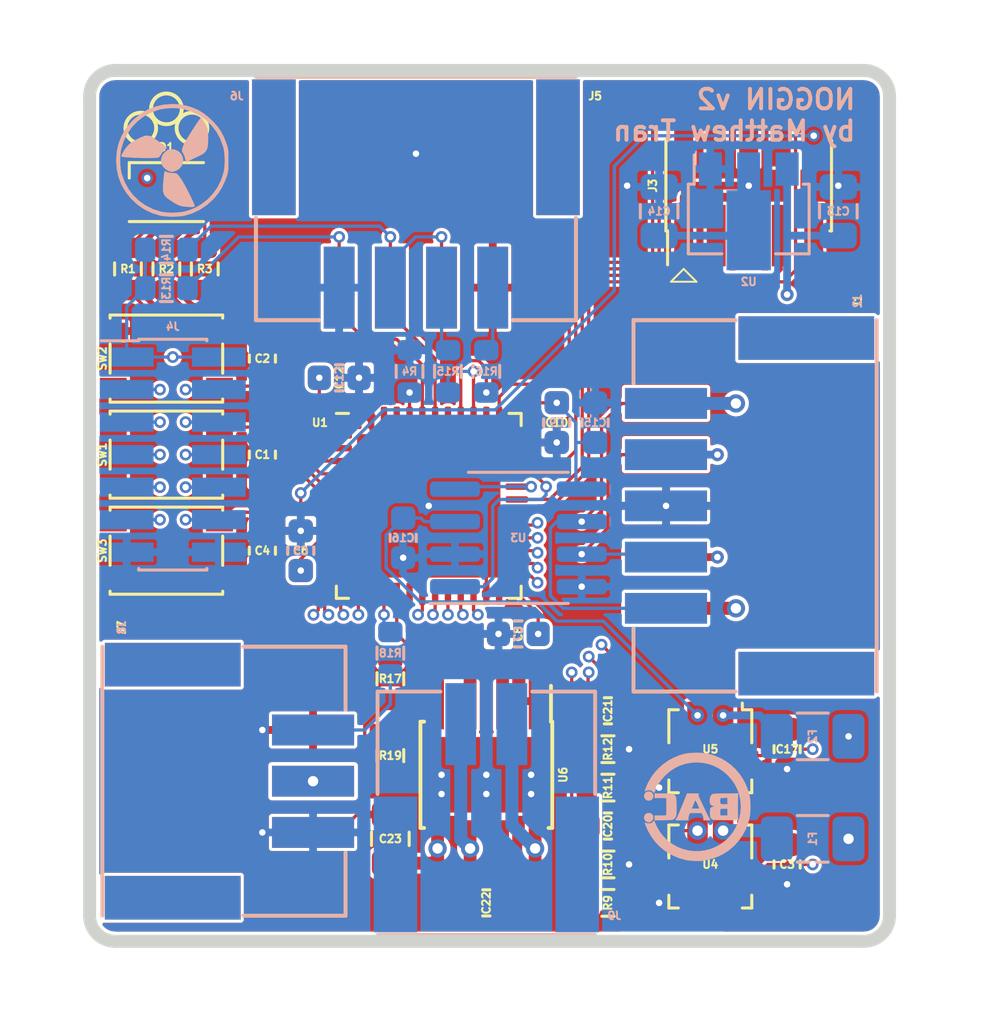
<source format=kicad_pcb>
(kicad_pcb (version 20211014) (generator pcbnew)
  (layers (0 "F.Cu" signal) (1 "In1.Cu" signal) (2 "In2.Cu" signal) (31 "B.Cu" signal) (34 "B.Paste" user) (35 "F.Paste" user) (36 "B.SilkS" user "B.Silkscreen") (37 "F.SilkS" user "F.Silkscreen") (38 "B.Mask" user) (39 "F.Mask" user) (44 "Edge.Cuts" user))
  (net 0 "")
  (net 1 "GND")
  (net 2 "/DBG2")
  (net 3 "/DBG1")
  (net 4 "/RST")
  (net 5 "+3V3")
  (net 6 "+5V")
  (net 7 "Net-(D1-Pad4)")
  (net 8 "Net-(D1-Pad3)")
  (net 9 "Net-(D1-Pad2)")
  (net 10 "Net-(F1-Pad2)")
  (net 11 "+12V")
  (net 12 "Net-(F2-Pad2)")
  (net 13 "/CAN/CANH")
  (net 14 "/CAN/CANL")
  (net 15 "/NOGGIN/PA9(UART_TX)")
  (net 16 "/NOGGIN/PA10(UART_RX)")
  (net 17 "Net-(J3-Pad6)")
  (net 18 "/NOGGIN/SWCLK")
  (net 19 "/NOGGIN/SWDIO")
  (net 20 "/LED_B")
  (net 21 "/LED_G")
  (net 22 "/LED_R")
  (net 23 "Net-(R4-Pad1)")
  (net 24 "/CAN_TX")
  (net 25 "/CAN_RX")
  (net 26 "/12v_Vsens")
  (net 27 "/5v_Vsens")
  (net 28 "/12v_Sens+")
  (net 29 "/5v_Sens+")
  (net 30 "/PB0")
  (net 31 "/PB1")
  (net 32 "/PB2")
  (net 33 "/PB12")
  (net 34 "/PB13")
  (net 35 "/PB14")
  (net 36 "/PB15")
  (net 37 "/PA8")
  (net 38 "/SCL")
  (net 39 "/SDA")
  (net 40 "Net-(J6-Pad3)")
  (net 41 "Net-(J6-Pad4)")
  (net 42 "Net-(J7-Pad3)")
  (net 43 "Net-(J8-Pad3)")
  (net 44 "Net-(J9-Pad1)")
  (net 45 "Net-(J9-Pad2)")
  (net 46 "/TX")
  (net 47 "/RX")
  (net 48 "/DAC1")
  (net 49 "/DAC2")
  (net 50 "Net-(R19-Pad1)")
  (net 51 "/motor_in2")
  (net 52 "/motor_in1")
  (net 53 "/5v_Isens")
  (net 54 "/12v_Isens")
  (net 55 "/PB10")
  (net 56 "/PB11")
  (net 57 "/NOGGIN/PB9")
  (net 58 "/NOGGIN/PB8")
  (net 59 "/NOGGIN/PB5")
  (net 60 "/NOGGIN/PA15")
  (net 61 "Net-(U4-Pad5)")
  (net 62 "Net-(U5-Pad5)")
  (footprint "Capacitor_SMD:C_0603_1608Metric" (layer "F.Cu") (at 155 96.75 -90)
    (fp_text reference "C10")
    (fp_text value "100n")
  )
  (footprint "Capacitor_SMD:C_0603_1608Metric" (layer "F.Cu") (at 146.5 95)
    (fp_text reference "C12")
    (fp_text value "100n")
  )
  (footprint "Connector_PinHeader_1.27mm:PinHeader_2x05_P1.27mm_Vertical_SMD" (layer "F.Cu") (at 162.5 87.5 90)
    (fp_text reference "J3")
    (fp_text value "SWD_UART")
  )
  (footprint "Package_DFN_QFN:QFN-48-1EP_7x7mm_P0.5mm_EP5.6x5.6mm" (layer "F.Cu") (at 150 100)
    (fp_text reference "U1")
    (fp_text value "STM32F072CBUx")
  )
  (footprint "extraparts:Molex_DuraClik_RH_4pin" (layer "F.Cu") (at 149.5 83.25 180)
    (fp_text reference "J5")
    (fp_text value "I2C")
  )
  (footprint "extraparts:Molex_DuraClik_RH_3pin" (layer "F.Cu") (at 137.25 110.75 -90)
    (fp_text reference "J7")
    (fp_text value "DAC1")
  )
  (footprint "Resistor_SMD:R_0603_1608Metric" (layer "F.Cu") (at 148.5 109.75 -90)
    (fp_text reference "R19")
    (fp_text value "22k")
  )
  (footprint "Capacitor_SMD:C_0603_1608Metric" (layer "F.Cu") (at 145 101.75 90)
    (fp_text reference "C6")
    (fp_text value "100n")
  )
  (footprint "Capacitor_SMD:C_0603_1608Metric" (layer "F.Cu") (at 143.5 98 -90)
    (fp_text reference "C1")
    (fp_text value "100n")
  )
  (footprint "Capacitor_SMD:C_0603_1608Metric" (layer "F.Cu") (at 143.5 94.25 90)
    (fp_text reference "C2")
    (fp_text value "100n")
  )
  (footprint "Capacitor_SMD:C_0603_1608Metric" (layer "F.Cu") (at 143.5 101.75 -90)
    (fp_text reference "C4")
    (fp_text value "100n")
  )
  (footprint "LED_SMD:LED_Cree-PLCC4_2x2mm_CW" (layer "F.Cu") (at 139.75 87.75)
    (fp_text reference "D1")
    (fp_text value "LED_ARGB")
  )
  (footprint "Resistor_SMD:R_0603_1608Metric" (layer "F.Cu") (at 138.25 90.75 90)
    (fp_text reference "R1")
    (fp_text value "47")
  )
  (footprint "Resistor_SMD:R_0603_1608Metric" (layer "F.Cu") (at 139.75 90.75 90)
    (fp_text reference "R2")
    (fp_text value "47")
  )
  (footprint "Resistor_SMD:R_0603_1608Metric" (layer "F.Cu") (at 141.25 90.75 90)
    (fp_text reference "R3")
    (fp_text value "47")
  )
  (footprint "Button_Switch_SMD:SW_SPST_PTS810" (layer "F.Cu") (at 139.75 94.25 180)
    (fp_text reference "SW2")
    (fp_text value "DBG1")
  )
  (footprint "Capacitor_SMD:C_0603_1608Metric" (layer "F.Cu") (at 153.5 105 180)
    (fp_text reference "C8")
    (fp_text value "100n")
  )
  (footprint "Package_SO:Texas_HTSOP-8-1EP_3.9x4.9mm_P1.27mm_EP2.95x4.9mm_Mask2.4x3.1mm_ThermalVias" (layer "F.Cu") (at 152.25 110.5 -90)
    (fp_text reference "U6")
    (fp_text value "DRV8871DDA")
  )
  (footprint "Capacitor_SMD:C_0603_1608Metric" (layer "F.Cu") (at 152.25 115.5)
    (fp_text reference "C22")
    (fp_text value "100n")
  )
  (footprint "Capacitor_SMD:C_0805_2012Metric" (layer "F.Cu") (at 148.5 113 90)
    (fp_text reference "C23")
    (fp_text value "10u")
  )
  (footprint "Capacitor_SMD:C_0603_1608Metric" (layer "F.Cu") (at 164 114 -90)
    (fp_text reference "C3")
    (fp_text value "100n")
  )
  (footprint "Sensor_Current:Allegro_QFN-12-10-1EP_3x3mm_P0.5mm" (layer "F.Cu") (at 161 114 -90)
    (fp_text reference "U4")
    (fp_text value "ACS70331")
  )
  (footprint "Sensor_Current:Allegro_QFN-12-10-1EP_3x3mm_P0.5mm" (layer "F.Cu") (at 161 109.5 -90)
    (fp_text reference "U5")
    (fp_text value "ACS70331")
  )
  (footprint "Capacitor_SMD:C_0603_1608Metric" (layer "F.Cu") (at 157 112.5 180)
    (fp_text reference "C20")
    (fp_text value "100n")
  )
  (footprint "Capacitor_SMD:C_0603_1608Metric" (layer "F.Cu") (at 157 108 180)
    (fp_text reference "C21")
    (fp_text value "100n")
  )
  (footprint "Resistor_SMD:R_0603_1608Metric" (layer "F.Cu") (at 157 115.5 180)
    (fp_text reference "R9")
    (fp_text value "100k")
  )
  (footprint "Resistor_SMD:R_0603_1608Metric" (layer "F.Cu") (at 157 114)
    (fp_text reference "R10")
    (fp_text value "10k")
  )
  (footprint "Resistor_SMD:R_0603_1608Metric" (layer "F.Cu") (at 157 111 180)
    (fp_text reference "R11")
    (fp_text value "47k")
  )
  (footprint "Resistor_SMD:R_0603_1608Metric" (layer "F.Cu") (at 157 109.5)
    (fp_text reference "R12")
    (fp_text value "10k")
  )
  (footprint "extraparts:Molex_DuraClik_RH_5pin" (layer "F.Cu") (at 167.5 100 90)
    (fp_text reference "J1")
    (fp_text value "CAN")
  )
  (footprint "Capacitor_SMD:C_0603_1608Metric" (layer "F.Cu") (at 164 109.5 -90)
    (fp_text reference "C17")
    (fp_text value "100n")
  )
  (footprint "Resistor_SMD:R_0603_1608Metric" (layer "F.Cu") (at 148.5 106.75 90)
    (fp_text reference "R17")
    (fp_text value "22")
  )
  (footprint "Button_Switch_SMD:SW_SPST_PTS810" (layer "F.Cu") (at 139.75 98)
    (fp_text reference "SW1")
    (fp_text value "DBG2")
  )
  (footprint "Button_Switch_SMD:SW_SPST_PTS810" (layer "F.Cu") (at 139.75 101.75)
    (fp_text reference "SW3")
    (fp_text value "RST")
  )
  (footprint "extraparts:version_dots" (layer "F.Cu") (at 139.75 84.5)
    (fp_text reference " ")
    (fp_text value "version_dots")
  )
  (footprint "Capacitor_SMD:C_0603_1608Metric" (layer "B.Cu") (at 145 101.75 90)
    (fp_text reference "C5")
    (fp_text value "1u")
  )
  (footprint "Capacitor_SMD:C_0603_1608Metric" (layer "B.Cu") (at 155 96.75 -90)
    (fp_text reference "C9")
    (fp_text value "1u")
  )
  (footprint "Capacitor_SMD:C_0603_1608Metric" (layer "B.Cu") (at 146.5 95)
    (fp_text reference "C11")
    (fp_text value "1u")
  )
  (footprint "Capacitor_SMD:C_0805_2012Metric" (layer "B.Cu") (at 159 88.5 90)
    (fp_text reference "C14")
    (fp_text value "10u")
  )
  (footprint "Capacitor_SMD:C_0603_1608Metric" (layer "B.Cu") (at 149 101.25 -90)
    (fp_text reference "C16")
    (fp_text value "100n")
  )
  (footprint "Resistor_SMD:R_0603_1608Metric" (layer "B.Cu") (at 149.25 94.75 90)
    (fp_text reference "R4")
    (fp_text value "100k")
  )
  (footprint "Package_TO_SOT_SMD:SOT-89-3" (layer "B.Cu") (at 162.5 88.5 -90)
    (fp_text reference "U2")
    (fp_text value "AZ1117-3.3")
  )
  (footprint "extraparts:Molex_DuraClik_RH_4pin" (layer "B.Cu") (at 149.5 83.25)
    (fp_text reference "J6")
    (fp_text value "UART")
  )
  (footprint "Resistor_SMD:R_0603_1608Metric" (layer "B.Cu") (at 139.75 90)
    (fp_text reference "R14")
    (fp_text value "2.2k")
  )
  (footprint "Resistor_SMD:R_0603_1608Metric" (layer "B.Cu") (at 150.75 94.75 -90)
    (fp_text reference "R15")
    (fp_text value "22")
  )
  (footprint "Resistor_SMD:R_0603_1608Metric" (layer "B.Cu") (at 152.25 94.75 -90)
    (fp_text reference "R16")
    (fp_text value "22")
  )
  (footprint "Package_SO:SOIC-8_3.9x4.9mm_P1.27mm" (layer "B.Cu") (at 153.5 101.25)
    (fp_text reference "U3")
    (fp_text value "ATA6561")
  )
  (footprint "Fuse:Fuse_1206_3216Metric" (layer "B.Cu") (at 165 113)
    (fp_text reference "F1")
    (fp_text value "5A")
  )
  (footprint "Capacitor_SMD:C_0805_2012Metric" (layer "B.Cu") (at 166 88.5 90)
    (fp_text reference "C13")
    (fp_text value "10u")
  )
  (footprint "Connector_PinSocket_1.27mm:PinSocket_2x07_P1.27mm_Vertical_SMD" (layer "B.Cu") (at 140 98 180)
    (fp_text reference "J4")
    (fp_text value "Extra")
  )
  (footprint "Capacitor_SMD:C_0603_1608Metric" (layer "B.Cu") (at 156.5 96.75 90)
    (fp_text reference "C15")
    (fp_text value "100n")
  )
  (footprint "extraparts:Molex_DuraClik_RH_3pin" (layer "B.Cu") (at 137.25 110.75 90)
    (fp_text reference "J8")
    (fp_text value "DAC2")
  )
  (footprint "Capacitor_SMD:C_0603_1608Metric" (layer "B.Cu") (at 153.5 105 180)
    (fp_text reference "C7")
    (fp_text value "1u")
  )
  (footprint "Fuse:Fuse_1206_3216Metric" (layer "B.Cu") (at 165 109)
    (fp_text reference "F2")
    (fp_text value "1A")
  )
  (footprint "extraparts:Molex_DuraClik_RH_5pin" (layer "B.Cu") (at 167.5 100 -90)
    (fp_text reference "J2")
    (fp_text value "CAN")
  )
  (footprint "Resistor_SMD:R_0603_1608Metric" (layer "B.Cu") (at 139.75 91.5)
    (fp_text reference "R13")
    (fp_text value "2.2k")
  )
  (footprint "extraparts:Molex_DuraClik_RH_2pin" (layer "B.Cu") (at 152.25 116.75 180)
    (fp_text reference "J9")
    (fp_text value "MOTOR")
  )
  (footprint "Resistor_SMD:R_0603_1608Metric" (layer "B.Cu") (at 148.5 105.75 90)
    (fp_text reference "R18")
    (fp_text value "22")
  )
  (footprint "extraparts:auv_logo" (layer "B.Cu") (at 140 86.5 180)
    (fp_text reference "G***" hide)
    (fp_text value "LOGO" hide)
  )
  (footprint "extraparts:bac_logo" (layer "B.Cu") (at 160.5 111.75 180)
    (fp_text reference "G***" hide)
    (fp_text value "LOGO" hide)
  )
  (gr_line (start 160.46 91.25) (end 159.96 90.75) (layer "F.SilkS") (width 0.0762))
  (gr_line (start 159.46 91.25) (end 160.46 91.25) (layer "F.SilkS") (width 0.0762))
  (gr_line (start 159.96 90.75) (end 159.46 91.25) (layer "F.SilkS") (width 0.0762))
  (gr_line (start 168 116) (end 168 84) (layer "Edge.Cuts") (width 0.508))
  (gr_arc (start 137.75 117) (mid 137.042893 116.707107) (end 136.75 116) (layer "Edge.Cuts") (width 0.508))
  (gr_arc (start 136.75 84) (mid 137.042893 83.292893) (end 137.75 83) (layer "Edge.Cuts") (width 0.508))
  (gr_line (start 136.75 84) (end 136.75 116) (layer "Edge.Cuts") (width 0.508))
  (gr_arc (start 167 83) (mid 167.707107 83.292893) (end 168 84) (layer "Edge.Cuts") (width 0.508))
  (gr_line (start 167 83) (end 137.75 83) (layer "Edge.Cuts") (width 0.508))
  (gr_line (start 137.75 117) (end 167 117) (layer "Edge.Cuts") (width 0.508))
  (gr_arc (start 168 116) (mid 167.707107 116.707107) (end 167 117) (layer "Edge.Cuts") (width 0.508))
  (gr_text "NOGGIN v2\nby Matthew Tran" (at 166.75 84.75) (layer "B.SilkS") (effects (font (size 0.762 0.762) (thickness 0.1524)) (justify left mirror)))
  (segment (start 147.75 96.5625) (end 147.75 97.75) (width 0.127) (layer "F.Cu") (net 1))
  (segment (start 152.25 103.4375) (end 152.25 102.25) (width 0.127) (layer "F.Cu") (net 1))
  (segment (start 149.25 100.75) (end 150 100) (width 0.127) (layer "F.Cu") (net 1))
  (segment (start 152.25 102.25) (end 150 100) (width 0.127) (layer "F.Cu") (net 1))
  (segment (start 152.25 97.75) (end 150 100) (width 0.127) (layer "F.Cu") (net 1))
  (segment (start 147.75 97.75) (end 150 100) (width 0.127) (layer "F.Cu") (net 1))
  (segment (start 146.5625 100.75) (end 149.25 100.75) (width 0.127) (layer "F.Cu") (net 1))
  (segment (start 153.4375 97.75) (end 152.25 97.75) (width 0.127) (layer "F.Cu") (net 1))
  (via (at 150.5 111.25) (size 0.4572) (drill 0.254) (layers "F.Cu" "B.Cu") (net 1))
  (via (at 152.25 111.25) (size 0.4572) (drill 0.254) (layers "F.Cu" "B.Cu") (net 1))
  (via (at 159 115.5) (size 0.4572) (drill 0.254) (layers "F.Cu" "B.Cu") (net 1))
  (via (at 145 100.975) (size 0.4572) (drill 0.254) (layers "F.Cu" "B.Cu") (net 1))
  (via (at 150.5 110.5) (size 0.4572) (drill 0.254) (layers "F.Cu" "B.Cu") (net 1))
  (via (at 155 97.525) (size 0.4572) (drill 0.254) (layers "F.Cu" "B.Cu") (net 1))
  (via (at 157.825 114) (size 0.4572) (drill 0.254) (layers "F.Cu" "B.Cu") (net 1))
  (via (at 166 87.5) (size 0.4572) (drill 0.254) (layers "F.Cu" "B.Cu") (net 1))
  (via (at 152.725 105) (size 0.4572) (drill 0.254) (layers "F.Cu" "B.Cu") (net 1))
  (via (at 164 110.275) (size 0.4572) (drill 0.254) (layers "F.Cu" "B.Cu") (net 1))
  (via (at 159 111) (size 0.4572) (drill 0.254) (layers "F.Cu" "B.Cu") (net 1))
  (via (at 143.5 112.75) (size 0.4572) (drill 0.254) (layers "F.Cu" "B.Cu") (net 1))
  (via (at 154 111.25) (size 0.4572) (drill 0.254) (layers "F.Cu" "B.Cu") (net 1))
  (via (at 164 114.775) (size 0.4572) (drill 0.254) (layers "F.Cu" "B.Cu") (net 1))
  (via (at 147.275 95) (size 0.4572) (drill 0.254) (layers "F.Cu" "B.Cu") (net 1))
  (via (at 157.825 109.5) (size 0.4572) (drill 0.254) (layers "F.Cu" "B.Cu") (net 1))
  (via (at 152.25 110.5) (size 0.4572) (drill 0.254) (layers "F.Cu" "B.Cu") (net 1))
  (via (at 149.5 86.25) (size 0.4572) (drill 0.254) (layers "F.Cu" "B.Cu") (net 1))
  (via (at 154 110.5) (size 0.4572) (drill 0.254) (layers "F.Cu" "B.Cu") (net 1))
  (via (at 150 100) (size 0.4572) (drill 0.254) (layers "F.Cu" "B.Cu") (net 1))
  (via (at 143.5 108.75) (size 0.4572) (drill 0.254) (layers "F.Cu" "B.Cu") (net 1))
  (via (at 149 102.025) (size 0.4572) (drill 0.254) (layers "F.Cu" "B.Cu") (net 1))
  (via (at 155.975 103.155) (size 0.4572) (drill 0.254) (layers "F.Cu" "B.Cu") (net 1))
  (via (at 159.27 100) (size 0.4572) (drill 0.254) (layers "F.Cu" "B.Cu") (net 1))
  (via (at 157.75 87.5) (size 0.4572) (drill 0.254) (layers "F.Cu" "B.Cu") (net 1))
  (segment (start 146.5625 99.75) (end 146.025 99.75) (width 0.127) (layer "F.Cu") (net 2))
  (segment (start 146.025 99.75) (end 143.5 97.225) (width 0.127) (layer "F.Cu") (net 2))
  (segment (start 141.825 96.925) (end 143.2 96.925) (width 0.127) (layer "F.Cu") (net 2))
  (segment (start 143.2 96.925) (end 143.5 97.225) (width 0.127) (layer "F.Cu") (net 2))
  (segment (start 144.25 95.775) (end 143.5 95.025) (width 0.127) (layer "F.Cu") (net 3))
  (segment (start 141.825 95.325) (end 143.2 95.325) (width 0.127) (layer "F.Cu") (net 3))
  (segment (start 144.25 97.577675) (end 144.25 95.775) (width 0.127) (layer "F.Cu") (net 3))
  (segment (start 146.5625 99.25) (end 145.922325 99.25) (width 0.127) (layer "F.Cu") (net 3))
  (segment (start 143.2 95.325) (end 143.5 95.025) (width 0.127) (layer "F.Cu") (net 3))
  (segment (start 145.922325 99.25) (end 144.25 97.577675) (width 0.127) (layer "F.Cu") (net 3))
  (segment (start 142.5 100.25) (end 142.075 100.675) (width 0.127) (layer "F.Cu") (net 4))
  (segment (start 143.5 100.975) (end 143.5 100.25) (width 0.127) (layer "F.Cu") (net 4))
  (segment (start 145 100.25) (end 145 99.5) (width 0.127) (layer "F.Cu") (net 4))
  (segment (start 142.075 100.675) (end 141.825 100.675) (width 0.127) (layer "F.Cu") (net 4))
  (segment (start 145 100.25) (end 142.5 100.25) (width 0.127) (layer "F.Cu") (net 4))
  (segment (start 146.5625 100.25) (end 145 100.25) (width 0.127) (layer "F.Cu") (net 4))
  (via (at 165.04 85.55) (size 0.4572) (drill 0.254) (layers "F.Cu" "B.Cu") (net 4))
  (via (at 145 99.5) (size 0.4572) (drill 0.254) (layers "F.Cu" "B.Cu") (net 4))
  (segment (start 145 99.5) (end 148.25 96.25) (width 0.127) (layer "B.Cu") (net 4))
  (segment (start 157.25 86.738006) (end 158.438006 85.55) (width 0.127) (layer "B.Cu") (net 4))
  (segment (start 157.25 91.602264) (end 157.25 86.738006) (width 0.127) (layer "B.Cu") (net 4))
  (segment (start 148.25 96.25) (end 152.602264 96.25) (width 0.127) (layer "B.Cu") (net 4))
  (segment (start 152.602264 96.25) (end 157.25 91.602264) (width 0.127) (layer "B.Cu") (net 4))
  (segment (start 158.438006 85.55) (end 165.04 85.55) (width 0.127) (layer "B.Cu") (net 4))
  (segment (start 153.75 96.25) (end 153.4375 96.5625) (width 0.127) (layer "F.Cu") (net 5))
  (segment (start 155 95.975) (end 154.025 95.975) (width 0.127) (layer "F.Cu") (net 5))
  (segment (start 150.5 91.48) (end 150.5 89.5) (width 0.127) (layer "F.Cu") (net 5))
  (segment (start 162.47 114.25) (end 163 114.25) (width 0.127) (layer "F.Cu") (net 5))
  (segment (start 164 114) (end 165 114) (width 0.127) (layer "F.Cu") (net 5))
  (segment (start 163.25 114) (end 164 114) (width 0.127) (layer "F.Cu") (net 5))
  (segment (start 162.45 114.23) (end 162.47 114.25) (width 0.127) (layer "F.Cu") (net 5))
  (segment (start 164 108.725) (end 164 109.5) (width 0.127) (layer "F.Cu") (net 5))
  (segment (start 155 95.975) (end 155 95.975) (width 0.127) (layer "F.Cu") (net 5))
  (segment (start 163 114.25) (end 163.25 114) (width 0.127) (layer "F.Cu") (net 5))
  (segment (start 147.25 96.5625) (end 146.5625 96.5625) (width 0.127) (layer "F.Cu") (net 5))
  (segment (start 145 102.525) (end 145 102.075) (width 0.127) (layer "F.Cu") (net 5))
  (segment (start 164 113.225) (end 164 114) (width 0.127) (layer "F.Cu") (net 5))
  (segment (start 162.45 109.73) (end 162.47 109.75) (width 0.127) (layer "F.Cu") (net 5))
  (segment (start 145.825 101.25) (end 146.5625 101.25) (width 0.127) (layer "F.Cu") (net 5))
  (segment (start 162.47 109.75) (end 163 109.75) (width 0.127) (layer "F.Cu") (net 5))
  (segment (start 152.75 103.4375) (end 153.46875 103.4375) (width 0.127) (layer "F.Cu") (net 5))
  (segment (start 159.96 89.45) (end 159.96 87.9452) (width 0.3048) (layer "F.Cu") (net 5))
  (segment (start 153.46875 103.4375) (end 154.275 104.24375) (width 0.127) (layer "F.Cu") (net 5))
  (segment (start 154.275 104.24375) (end 154.275 105) (width 0.127) (layer "F.Cu") (net 5))
  (segment (start 163 109.75) (end 163.25 109.5) (width 0.127) (layer "F.Cu") (net 5))
  (segment (start 163.25 109.5) (end 165 109.5) (width 0.127) (layer "F.Cu") (net 5))
  (segment (start 145 102.075) (end 145.825 101.25) (width 0.127) (layer "F.Cu") (net 5))
  (segment (start 146.5625 96.5625) (end 146.5625 97.25) (width 0.127) (layer "F.Cu") (net 5))
  (segment (start 145.725 95.725) (end 145.725 95) (width 0.127) (layer "F.Cu") (net 5))
  (segment (start 159.96 87.9452) (end 160.4052 87.5) (width 0.3048) (layer "F.Cu") (net 5))
  (segment (start 160.4052 87.5) (end 162.5 87.5) (width 0.3048) (layer "F.Cu") (net 5))
  (segment (start 146.5625 96.5625) (end 145.725 95.725) (width 0.127) (layer "F.Cu") (net 5))
  (segment (start 154.025 95.975) (end 153.75 96.25) (width 0.127) (layer "F.Cu") (net 5))
  (segment (start 153.4375 96.5625) (end 153.4375 97.25) (width 0.127) (layer "F.Cu") (net 5))
  (via (at 145 102.525) (size 0.4572) (drill 0.254) (layers "F.Cu" "B.Cu") (net 5))
  (via (at 150.5 89.5) (size 0.4572) (drill 0.254) (layers "F.Cu" "B.Cu") (net 5))
  (via (at 139 87.2) (size 0.4572) (drill 0.254) (layers "F.Cu" "B.Cu") (net 5))
  (via (at 154.275 105) (size 0.4572) (drill 0.254) (layers "F.Cu" "B.Cu") (net 5))
  (via (at 145.725 95) (size 0.4572) (drill 0.254) (layers "F.Cu" "B.Cu") (net 5))
  (via (at 165 114) (size 0.4572) (drill 0.254) (layers "F.Cu" "B.Cu") (net 5))
  (via (at 155 95.975) (size 0.4572) (drill 0.254) (layers "F.Cu" "B.Cu") (net 5))
  (via (at 165 109.5) (size 0.4572) (drill 0.254) (layers "F.Cu" "B.Cu") (net 5))
  (via (at 140 94.19) (size 0.4572) (drill 0.254) (layers "F.Cu" "B.Cu") (net 5))
  (via (at 162.5 87.5) (size 0.508) (drill 0.254) (layers "F.Cu" "B.Cu") (net 5))
  (segment (start 159 89.45) (end 162.3 89.45) (width 0.3048) (layer "B.Cu") (net 5))
  (segment (start 155.975 99.345) (end 155.75 99.12) (width 0.127) (layer "B.Cu") (net 5))
  (segment (start 138.2 92.225) (end 138.925 91.5) (width 0.127) (layer "B.Cu") (net 5))
  (segment (start 148.5 90.48) (end 149.48 89.5) (width 0.127) (layer "B.Cu") (net 5))
  (segment (start 156.5 97.525) (end 155.775 97.525) (width 0.127) (layer "B.Cu") (net 5))
  (segment (start 155 96) (end 155 95.975) (width 0.127) (layer "B.Cu") (net 5))
  (segment (start 138.2 94.19) (end 138.2 92.225) (width 0.127) (layer "B.Cu") (net 5))
  (segment (start 155.75 96.75) (end 155 96) (width 0.127) (layer "B.Cu") (net 5))
  (segment (start 138.2 94.19) (end 140 94.19) (width 0.127) (layer "B.Cu") (net 5))
  (segment (start 149.48 89.5) (end 150.5 89.5) (width 0.127) (layer "B.Cu") (net 5))
  (segment (start 141.8 94.19) (end 140 94.19) (width 0.127) (layer "B.Cu") (net 5))
  (segment (start 155.75 99.12) (end 155.75 96.75) (width 0.127) (layer "B.Cu") (net 5))
  (segment (start 138.925 91.5) (end 138.925 90) (width 0.127) (layer "B.Cu") (net 5))
  (segment (start 148.5 91.48) (end 148.5 90.48) (width 0.127) (layer "B.Cu") (net 5))
  (segment (start 162.3 89.45) (end 162.5 89.25) (width 0.3048) (layer "B.Cu") (net 5))
  (segment (start 159.32 108.18) (end 160.5 108.18) (width 0.127) (layer "F.Cu") (net 6))
  (segment (start 158.75 108.75) (end 159.32 108.18) (width 0.127) (layer "F.Cu") (net 6))
  (segment (start 158.75 110.075) (end 158.75 108.75) (width 0.127) (layer "F.Cu") (net 6))
  (segment (start 157.825 111) (end 158.75 110.075) (width 0.127) (layer "F.Cu") (net 6))
  (via (at 160.5 108.18) (size 0.508) (drill 0.254) (layers "F.Cu" "B.Cu") (net 6))
  (via (at 164 91.75) (size 0.508) (drill 0.254) (layers "F.Cu" "B.Cu") (net 6))
  (segment (start 149.662378 103.75) (end 154.25 103.75) (width 0.127) (layer "B.Cu") (net 6))
  (segment (start 164 89.5) (end 164 91.75) (width 0.3048) (layer "B.Cu") (net 6))
  (segment (start 151.025 100.615) (end 149.8325 100.615) (width 0.127) (layer "B.Cu") (net 6))
  (segment (start 156.82 104.5) (end 160.5 108.18) (width 0.127) (layer "B.Cu") (net 6))
  (segment (start 164 86.85) (end 164 89.5) (width 0.3048) (layer "B.Cu") (net 6))
  (segment (start 149.8325 100.615) (end 149.6925 100.475) (width 0.127) (layer "B.Cu") (net 6))
  (segment (start 149 100.475) (end 148.33449 101.14051) (width 0.127) (layer "B.Cu") (net 6))
  (segment (start 154.25 103.75) (end 155 104.5) (width 0.127) (layer "B.Cu") (net 6))
  (segment (start 166 89.45) (end 164.05 89.45) (width 0.3048) (layer "B.Cu") (net 6))
  (segment (start 149.6925 100.475) (end 149 100.475) (width 0.127) (layer "B.Cu") (net 6))
  (segment (start 164.05 89.45) (end 164 89.5) (width 0.3048) (layer "B.Cu") (net 6))
  (segment (start 148.33449 102.422112) (end 149.662378 103.75) (width 0.127) (layer "B.Cu") (net 6))
  (segment (start 148.33449 101.14051) (end 148.33449 102.422112) (width 0.127) (layer "B.Cu") (net 6))
  (segment (start 155 104.5) (end 156.82 104.5) (width 0.127) (layer "B.Cu") (net 6))
  (segment (start 139 89.175) (end 139 88.3) (width 0.127) (layer "F.Cu") (net 7))
  (segment (start 138.25 89.925) (end 139 89.175) (width 0.127) (layer "F.Cu") (net 7))
  (segment (start 139.75 89.925) (end 140.5 89.175) (width 0.127) (layer "F.Cu") (net 8))
  (segment (start 140.5 89.175) (end 140.5 88.3) (width 0.127) (layer "F.Cu") (net 8))
  (segment (start 141.25 87.873) (end 141.25 89.925) (width 0.127) (layer "F.Cu") (net 9))
  (segment (start 140.577 87.2) (end 141.25 87.873) (width 0.127) (layer "F.Cu") (net 9))
  (segment (start 140.5 87.2) (end 140.577 87.2) (width 0.127) (layer "F.Cu") (net 9))
  (segment (start 159.27 104) (end 162 104) (width 0.508) (layer "F.Cu") (net 10))
  (via (at 162 96) (size 0.7112) (drill 0.4064) (layers "F.Cu" "B.Cu") (net 10))
  (via (at 166.4 113) (size 0.7112) (drill 0.4064) (layers "F.Cu" "B.Cu") (net 10))
  (via (at 162 104) (size 0.7112) (drill 0.4064) (layers "F.Cu" "B.Cu") (net 10))
  (segment (start 162 96) (end 159.27 96) (width 0.508) (layer "B.Cu") (net 10))
  (segment (start 158.75 113.25) (end 159.32 112.68) (width 0.127) (layer "F.Cu") (net 11))
  (segment (start 148.5 113.95) (end 150.345 113.95) (width 0.508) (layer "F.Cu") (net 11))
  (segment (start 150.345 115.095) (end 150.75 115.5) (width 0.508) (layer "F.Cu") (net 11))
  (segment (start 159.32 112.68) (end 160.5 112.68) (width 0.127) (layer "F.Cu") (net 11))
  (segment (start 150.345 113.375) (end 150.345 115.095) (width 0.508) (layer "F.Cu") (net 11))
  (segment (start 150.75 115.5) (end 151.475 115.5) (width 0.508) (layer "F.Cu") (net 11))
  (segment (start 157.825 115.5) (end 158.75 114.575) (width 0.127) (layer "F.Cu") (net 11))
  (segment (start 158.75 114.575) (end 158.75 113.25) (width 0.127) (layer "F.Cu") (net 11))
  (via (at 145.48 110.75) (size 0.7112) (drill 0.4064) (layers "F.Cu" "B.Cu") (net 11))
  (via (at 150.345 113.375) (size 0.7112) (drill 0.4064) (layers "F.Cu" "B.Cu") (net 11))
  (via (at 160.5 112.68) (size 0.7112) (drill 0.4064) (layers "F.Cu" "B.Cu") (net 11))
  (segment (start 159.27 102) (end 161.276402 102) (width 0.3048) (layer "F.Cu") (net 12))
  (via (at 161.276402 98) (size 0.508) (drill 0.254) (layers "F.Cu" "B.Cu") (net 12))
  (via (at 161.276402 102) (size 0.508) (drill 0.254) (layers "F.Cu" "B.Cu") (net 12))
  (via (at 166.4 109) (size 0.508) (drill 0.254) (layers "F.Cu" "B.Cu") (net 12))
  (segment (start 159.27 98) (end 161.276402 98) (width 0.3048) (layer "B.Cu") (net 12))
  (segment (start 155.975 101.885) (end 157.004011 100.855989) (width 0.127) (layer "F.Cu") (net 13))
  (segment (start 157.004011 98.538989) (end 157.543 98) (width 0.127) (layer "F.Cu") (net 13))
  (segment (start 157.004011 100.855989) (end 157.004011 98.538989) (width 0.127) (layer "F.Cu") (net 13))
  (segment (start 157.543 98) (end 159.27 98) (width 0.127) (layer "F.Cu") (net 13))
  (via (at 155.975 101.885) (size 0.4572) (drill 0.254) (layers "F.Cu" "B.Cu") (net 13))
  (segment (start 155.975 101.885) (end 156.385 101.885) (width 0.127) (layer "B.Cu") (net 13))
  (segment (start 159.155 101.885) (end 159.27 102) (width 0.127) (layer "B.Cu") (net 13))
  (segment (start 155.975 101.885) (end 159.155 101.885) (width 0.127) (layer "B.Cu") (net 13))
  (segment (start 156.75 96.793) (end 157.543 96) (width 0.127) (layer "F.Cu") (net 14))
  (segment (start 157.543 96) (end 159.27 96) (width 0.127) (layer "F.Cu") (net 14))
  (segment (start 155.975 100.615) (end 156.75 99.84) (width 0.127) (layer "F.Cu") (net 14))
  (segment (start 156.75 99.84) (end 156.75 96.793) (width 0.127) (layer "F.Cu") (net 14))
  (via (at 155.975 100.615) (size 0.4572) (drill 0.254) (layers "F.Cu" "B.Cu") (net 14))
  (segment (start 155 100.615) (end 154.75 100.865) (width 0.127) (layer "B.Cu") (net 14))
  (segment (start 155.975 100.615) (end 155 100.615) (width 0.127) (layer "B.Cu") (net 14))
  (segment (start 154.75 103.5) (end 155.25 104) (width 0.127) (layer "B.Cu") (net 14))
  (segment (start 154.75 100.865) (end 154.75 103.5) (width 0.127) (layer "B.Cu") (net 14))
  (segment (start 155.25 104) (end 159.27 104) (width 0.127) (layer "B.Cu") (net 14))
  (segment (start 154.041489 100.25) (end 154.291489 100) (width 0.127) (layer "F.Cu") (net 15))
  (segment (start 156.25 91.75) (end 156.74599 91.25401) (width 0.127) (layer "F.Cu") (net 15))
  (segment (start 156.25 98.586462) (end 156.25 91.75) (width 0.127) (layer "F.Cu") (net 15))
  (segment (start 156.74599 91.25401) (end 163.878892 91.25401) (width 0.127) (layer "F.Cu") (net 15))
  (segment (start 164.330501 85.613501) (end 164.267 85.55) (width 0.127) (layer "F.Cu") (net 15))
  (segment (start 153.4375 100.25) (end 154.041489 100.25) (width 0.127) (layer "F.Cu") (net 15))
  (segment (start 164.330501 90.802401) (end 164.330501 85.613501) (width 0.127) (layer "F.Cu") (net 15))
  (segment (start 164.267 85.55) (end 163.77 85.55) (width 0.127) (layer "F.Cu") (net 15))
  (segment (start 154.836462 100) (end 156.25 98.586462) (width 0.127) (layer "F.Cu") (net 15))
  (segment (start 163.878892 91.25401) (end 164.330501 90.802401) (width 0.127) (layer "F.Cu") (net 15))
  (segment (start 154.291489 100) (end 154.836462 100) (width 0.127) (layer "F.Cu") (net 15))
  (segment (start 163.547001 90.999999) (end 163.77 90.777) (width 0.127) (layer "F.Cu") (net 16))
  (segment (start 163.77 90.777) (end 163.77 89.45) (width 0.127) (layer "F.Cu") (net 16))
  (segment (start 153.441511 99.745989) (end 154.731248 99.745989) (width 0.127) (layer "F.Cu") (net 16))
  (segment (start 156.640776 90.999999) (end 163.547001 90.999999) (width 0.127) (layer "F.Cu") (net 16))
  (segment (start 155.995989 91.644786) (end 156.640776 90.999999) (width 0.127) (layer "F.Cu") (net 16))
  (segment (start 154.731248 99.745989) (end 155.995989 98.481248) (width 0.127) (layer "F.Cu") (net 16))
  (segment (start 153.4375 99.75) (end 153.441511 99.745989) (width 0.127) (layer "F.Cu") (net 16))
  (segment (start 155.995989 98.481248) (end 155.995989 91.644786) (width 0.127) (layer "F.Cu") (net 16))
  (segment (start 155 95.25) (end 153.25 95.25) (width 0.127) (layer "F.Cu") (net 18))
  (segment (start 158.50802 90.49198) (end 156.430347 90.49198) (width 0.127) (layer "F.Cu") (net 18))
  (segment (start 158.74599 90.25401) (end 158.50802 90.49198) (width 0.127) (layer "F.Cu") (net 18))
  (segment (start 158.74599 84.25401) (end 158.74599 90.25401) (width 0.127) (layer "F.Cu") (net 18))
  (segment (start 161.036451 84) (end 159 84) (width 0.127) (layer "F.Cu") (net 18))
  (segment (start 152.75 95.75) (end 152.75 96.5625) (width 0.127) (layer "F.Cu") (net 18))
  (segment (start 155.487971 91.434356) (end 155.48797 94.76203) (width 0.127) (layer "F.Cu") (net 18))
  (segment (start 161.23 85.55) (end 161.23 84.193549) (width 0.127) (layer "F.Cu") (net 18))
  (segment (start 159 84) (end 158.74599 84.25401) (width 0.127) (layer "F.Cu") (net 18))
  (segment (start 156.430347 90.49198) (end 155.487971 91.434356) (width 0.127) (layer "F.Cu") (net 18))
  (segment (start 153.25 95.25) (end 152.75 95.75) (width 0.127) (layer "F.Cu") (net 18))
  (segment (start 155.48797 94.76203) (end 155 95.25) (width 0.127) (layer "F.Cu") (net 18))
  (segment (start 161.23 84.193549) (end 161.036451 84) (width 0.127) (layer "F.Cu") (net 18))
  (segment (start 155.741981 91.53957) (end 156.53556 90.745991) (width 0.127) (layer "F.Cu") (net 19))
  (segment (start 153.4375 98.25) (end 155.337622 98.25) (width 0.127) (layer "F.Cu") (net 19))
  (segment (start 159.000001 90.359224) (end 159.000001 86.012999) (width 0.127) (layer "F.Cu") (net 19))
  (segment (start 159.000001 86.012999) (end 159.463 85.55) (width 0.127) (layer "F.Cu") (net 19))
  (segment (start 155.741978 97.845644) (end 155.741981 91.53957) (width 0.127) (layer "F.Cu") (net 19))
  (segment (start 158.613234 90.745991) (end 159.000001 90.359224) (width 0.127) (layer "F.Cu") (net 19))
  (segment (start 156.53556 90.745991) (end 158.613234 90.745991) (width 0.127) (layer "F.Cu") (net 19))
  (segment (start 155.337622 98.25) (end 155.741978 97.845644) (width 0.127) (layer "F.Cu") (net 19))
  (segment (start 159.463 85.55) (end 159.96 85.55) (width 0.127) (layer "F.Cu") (net 19))
  (segment (start 143.909499 92.659499) (end 144.504011 93.254011) (width 0.127) (layer "F.Cu") (net 20))
  (segment (start 138.25 91.575) (end 139.334499 92.659499) (width 0.127) (layer "F.Cu") (net 20))
  (segment (start 139.334499 92.659499) (end 143.909499 92.659499) (width 0.127) (layer "F.Cu") (net 20))
  (segment (start 144.504011 97.472461) (end 145.78155 98.75) (width 0.127) (layer "F.Cu") (net 20))
  (segment (start 145.78155 98.75) (end 146.5625 98.75) (width 0.127) (layer "F.Cu") (net 20))
  (segment (start 144.504011 93.254011) (end 144.504011 97.472461) (width 0.127) (layer "F.Cu") (net 20))
  (segment (start 144.758022 93.148797) (end 144.758022 97.367247) (width 0.127) (layer "F.Cu") (net 21))
  (segment (start 144.014713 92.405488) (end 144.758022 93.148797) (width 0.127) (layer "F.Cu") (net 21))
  (segment (start 144.758022 97.367247) (end 145.640775 98.25) (width 0.127) (layer "F.Cu") (net 21))
  (segment (start 145.640775 98.25) (end 146.5625 98.25) (width 0.127) (layer "F.Cu") (net 21))
  (segment (start 139.75 91.575) (end 140.580488 92.405488) (width 0.127) (layer "F.Cu") (net 21))
  (segment (start 140.580488 92.405488) (end 144.014713 92.405488) (width 0.127) (layer "F.Cu") (net 21))
  (segment (start 145.012033 97.262033) (end 145.5 97.75) (width 0.127) (layer "F.Cu") (net 22))
  (segment (start 145.012033 93.043583) (end 145.012033 97.262033) (width 0.127) (layer "F.Cu") (net 22))
  (segment (start 143.54345 91.575) (end 145.012033 93.043583) (width 0.127) (layer "F.Cu") (net 22))
  (segment (start 141.25 91.575) (end 143.54345 91.575) (width 0.127) (layer "F.Cu") (net 22))
  (segment (start 145.5 97.75) (end 146.5625 97.75) (width 0.127) (layer "F.Cu") (net 22))
  (segment (start 149.25 96.5625) (end 149.25 95.575) (width 0.127) (layer "F.Cu") (net 23))
  (via (at 149.25 95.575) (size 0.4572) (drill 0.254) (layers "F.Cu" "B.Cu") (net 23))
  (segment (start 154.12027 98.75) (end 154.584203 99.213933) (width 0.127) (layer "F.Cu") (net 24))
  (segment (start 154.584203 99.213933) (end 154.584203 99.25) (width 0.127) (layer "F.Cu") (net 24))
  (segment (start 153.4375 98.75) (end 154.12027 98.75) (width 0.127) (layer "F.Cu") (net 24))
  (via (at 154.584203 99.25) (size 0.4572) (drill 0.254) (layers "F.Cu" "B.Cu") (net 24))
  (segment (start 152.5 102.8275) (end 152.1725 103.155) (width 0.127) (layer "B.Cu") (net 24))
  (segment (start 154.584203 99.573289) (end 154.407492 99.75) (width 0.127) (layer "B.Cu") (net 24))
  (segment (start 152.1725 103.155) (end 151.025 103.155) (width 0.127) (layer "B.Cu") (net 24))
  (segment (start 152.5 100) (end 152.5 102.8275) (width 0.127) (layer "B.Cu") (net 24))
  (segment (start 154.584203 99.25) (end 154.584203 99.573289) (width 0.127) (layer "B.Cu") (net 24))
  (segment (start 152.75 99.75) (end 152.5 100) (width 0.127) (layer "B.Cu") (net 24))
  (segment (start 154.407492 99.75) (end 152.75 99.75) (width 0.127) (layer "B.Cu") (net 24))
  (segment (start 153.4375 99.25) (end 154 99.25) (width 0.127) (layer "F.Cu") (net 25))
  (via (at 154 99.25) (size 0.4572) (drill 0.254) (layers "F.Cu" "B.Cu") (net 25))
  (segment (start 151.12 99.25) (end 151.025 99.345) (width 0.127) (layer "B.Cu") (net 25))
  (segment (start 154 99.25) (end 151.12 99.25) (width 0.127) (layer "B.Cu") (net 25))
  (segment (start 156.175 115.5) (end 156.175 112.55) (width 0.127) (layer "F.Cu") (net 26))
  (segment (start 156.175 112.55) (end 156.225 112.5) (width 0.127) (layer "F.Cu") (net 26))
  (segment (start 146.125 101.75) (end 145.68048 102.19452) (width 0.127) (layer "F.Cu") (net 26))
  (segment (start 155.58449 111.85949) (end 155.58449 106.5) (width 0.127) (layer "F.Cu") (net 26))
  (segment (start 146.5625 101.75) (end 146.125 101.75) (width 0.127) (layer "F.Cu") (net 26))
  (segment (start 145.68048 104.066911) (end 145.497391 104.25) (width 0.127) (layer "F.Cu") (net 26))
  (segment (start 156.225 112.5) (end 155.58449 111.85949) (width 0.127) (layer "F.Cu") (net 26))
  (segment (start 145.68048 102.19452) (end 145.68048 104.066911) (width 0.127) (layer "F.Cu") (net 26))
  (via (at 155.58449 106.5) (size 0.4572) (drill 0.254) (layers "F.Cu" "B.Cu") (net 26))
  (via (at 145.497391 104.25) (size 0.4572) (drill 0.254) (layers "F.Cu" "B.Cu") (net 26))
  (segment (start 156.225 108) (end 156.225 106.525) (width 0.127) (layer "F.Cu") (net 27))
  (segment (start 156.175 111) (end 156.175 108.05) (width 0.127) (layer "F.Cu") (net 27))
  (segment (start 156.175 108.05) (end 156.225 108) (width 0.127) (layer "F.Cu") (net 27))
  (segment (start 146.125 102.25) (end 145.93449 102.44051) (width 0.127) (layer "F.Cu") (net 27))
  (segment (start 145.93449 104.102896) (end 146.081594 104.25) (width 0.127) (layer "F.Cu") (net 27))
  (segment (start 156.225 106.525) (end 156.25 106.5) (width 0.127) (layer "F.Cu") (net 27))
  (segment (start 145.93449 102.44051) (end 145.93449 104.102896) (width 0.127) (layer "F.Cu") (net 27))
  (segment (start 146.5625 102.25) (end 146.125 102.25) (width 0.127) (layer "F.Cu") (net 27))
  (via (at 156.25 106.5) (size 0.4572) (drill 0.254) (layers "F.Cu" "B.Cu") (net 27))
  (via (at 146.081594 104.25) (size 0.4572) (drill 0.254) (layers "F.Cu" "B.Cu") (net 27))
  (via (at 161.5 112.68) (size 0.7112) (drill 0.4064) (layers "F.Cu" "B.Cu") (net 28))
  (segment (start 163.28 112.68) (end 163.6 113) (width 0.508) (layer "B.Cu") (net 28))
  (segment (start 161.5 112.68) (end 163.28 112.68) (width 0.508) (layer "B.Cu") (net 28))
  (via (at 161.5 108.18) (size 0.508) (drill 0.254) (layers "F.Cu" "B.Cu") (net 29))
  (segment (start 163.6 108.85) (end 163.6 109) (width 0.3048) (layer "B.Cu") (net 29))
  (segment (start 161.5 108.18) (end 162.93 108.18) (width 0.3048) (layer "B.Cu") (net 29))
  (segment (start 162.93 108.18) (end 163.6 108.85) (width 0.3048) (layer "B.Cu") (net 29))
  (segment (start 149.75 104.081594) (end 149.581594 104.25) (width 0.127) (layer "F.Cu") (net 30))
  (segment (start 149.75 103.4375) (end 149.75 104.081594) (width 0.127) (layer "F.Cu") (net 30))
  (via (at 149.581594 104.25) (size 0.4572) (drill 0.254) (layers "F.Cu" "B.Cu") (net 30))
  (via (at 140.5 100.54) (size 0.4572) (drill 0.254) (layers "F.Cu" "B.Cu") (net 30))
  (segment (start 141.8 100.54) (end 140.54 100.54) (width 0.127) (layer "B.Cu") (net 30))
  (segment (start 140.54 100.54) (end 140.5 100.5) (width 0.127) (layer "B.Cu") (net 30))
  (segment (start 150.25 104.165797) (end 150.165797 104.25) (width 0.127) (layer "F.Cu") (net 31))
  (segment (start 150.25 103.4375) (end 150.25 104.165797) (width 0.127) (layer "F.Cu") (net 31))
  (via (at 139.5 100.54) (size 0.4572) (drill 0.254) (layers "F.Cu" "B.Cu") (net 31))
  (via (at 150.165797 104.25) (size 0.4572) (drill 0.254) (layers "F.Cu" "B.Cu") (net 31))
  (segment (start 138.2 100.54) (end 139.46 100.54) (width 0.127) (layer "B.Cu") (net 31))
  (segment (start 139.46 100.54) (end 139.5 100.5) (width 0.127) (layer "B.Cu") (net 31))
  (segment (start 150.75 103.4375) (end 150.75 104.25) (width 0.127) (layer "F.Cu") (net 32))
  (via (at 140.5 99.27) (size 0.4572) (drill 0.254) (layers "F.Cu" "B.Cu") (net 32))
  (via (at 150.75 104.25) (size 0.4572) (drill 0.254) (layers "F.Cu" "B.Cu") (net 32))
  (segment (start 141.8 99.27) (end 140.52 99.27) (width 0.127) (layer "B.Cu") (net 32))
  (segment (start 140.52 99.27) (end 140.5 99.25) (width 0.127) (layer "B.Cu") (net 32))
  (segment (start 153.4375 102.75) (end 154 102.75) (width 0.127) (layer "F.Cu") (net 33))
  (segment (start 154 102.75) (end 154.25 103) (width 0.127) (layer "F.Cu") (net 33))
  (via (at 139.5 98) (size 0.4572) (drill 0.254) (layers "F.Cu" "B.Cu") (net 33))
  (via (at 154.25 103) (size 0.4572) (drill 0.254) (layers "F.Cu" "B.Cu") (net 33))
  (segment (start 138.2 98) (end 139.5 98) (width 0.127) (layer "B.Cu") (net 33))
  (segment (start 153.4375 102.25) (end 154.086648 102.25) (width 0.127) (layer "F.Cu") (net 34))
  (segment (start 154.086648 102.25) (end 154.251042 102.414394) (width 0.127) (layer "F.Cu") (net 34))
  (via (at 154.251042 102.414394) (size 0.4572) (drill 0.254) (layers "F.Cu" "B.Cu") (net 34))
  (via (at 140.5 96.73) (size 0.4572) (drill 0.254) (layers "F.Cu" "B.Cu") (net 34))
  (segment (start 141.8 96.73) (end 140.52 96.73) (width 0.127) (layer "B.Cu") (net 34))
  (segment (start 140.52 96.73) (end 140.5 96.75) (width 0.127) (layer "B.Cu") (net 34))
  (segment (start 153.4375 101.75) (end 154.169815 101.75) (width 0.127) (layer "F.Cu") (net 35))
  (segment (start 154.169815 101.75) (end 154.249998 101.830183) (width 0.127) (layer "F.Cu") (net 35))
  (via (at 139.5 96.73) (size 0.4572) (drill 0.254) (layers "F.Cu" "B.Cu") (net 35))
  (via (at 154.249998 101.830183) (size 0.4572) (drill 0.254) (layers "F.Cu" "B.Cu") (net 35))
  (segment (start 138.2 96.73) (end 139.48 96.73) (width 0.127) (layer "B.Cu") (net 35))
  (segment (start 139.48 96.73) (end 139.5 96.75) (width 0.127) (layer "B.Cu") (net 35))
  (segment (start 153.4375 101.25) (end 154.245972 101.25) (width 0.127) (layer "F.Cu") (net 36))
  (segment (start 154.245972 101.25) (end 154.25 101.245972) (width 0.127) (layer "F.Cu") (net 36))
  (via (at 140.5 95.46) (size 0.4572) (drill 0.254) (layers "F.Cu" "B.Cu") (net 36))
  (via (at 154.25 101.245972) (size 0.4572) (drill 0.254) (layers "F.Cu" "B.Cu") (net 36))
  (segment (start 141.8 95.46) (end 140.54 95.46) (width 0.127) (layer "B.Cu") (net 36))
  (segment (start 140.54 95.46) (end 140.5 95.5) (width 0.127) (layer "B.Cu") (net 36))
  (segment (start 154.161759 100.75) (end 154.25 100.661759) (width 0.127) (layer "F.Cu") (net 37))
  (segment (start 153.4375 100.75) (end 154.161759 100.75) (width 0.127) (layer "F.Cu") (net 37))
  (via (at 154.25 100.661759) (size 0.4572) (drill 0.254) (layers "F.Cu" "B.Cu") (net 37))
  (via (at 139.5 95.46) (size 0.4572) (drill 0.254) (layers "F.Cu" "B.Cu") (net 37))
  (segment (start 139.46 95.46) (end 139.5 95.5) (width 0.127) (layer "B.Cu") (net 37))
  (segment (start 138.2 95.46) (end 139.46 95.46) (width 0.127) (layer "B.Cu") (net 37))
  (segment (start 150.25 94.25) (end 148.5 92.5) (width 0.127) (layer "F.Cu") (net 38))
  (segment (start 150.25 96.5625) (end 150.25 94.25) (width 0.127) (layer "F.Cu") (net 38))
  (segment (start 148.5 91.48) (end 148.5 89.5) (width 0.127) (layer "F.Cu") (net 38))
  (segment (start 148.5 92.5) (end 148.5 91.48) (width 0.127) (layer "F.Cu") (net 38))
  (via (at 148.5 89.5) (size 0.4572) (drill 0.254) (layers "F.Cu" "B.Cu") (net 38))
  (segment (start 148.080899 89.080899) (end 148.5 89.5) (width 0.127) (layer "B.Cu") (net 38))
  (segment (start 140.575 90) (end 141.494101 89.080899) (width 0.127) (layer "B.Cu") (net 38))
  (segment (start 141.494101 89.080899) (end 148.080899 89.080899) (width 0.127) (layer "B.Cu") (net 38))
  (segment (start 146.5 91.48) (end 146.5 89.5) (width 0.127) (layer "F.Cu") (net 39))
  (segment (start 146.5 91.48) (end 146.5 92.5) (width 0.127) (layer "F.Cu") (net 39))
  (segment (start 146.5 92.5) (end 147.5 93.5) (width 0.127) (layer "F.Cu") (net 39))
  (segment (start 148.75 93.5) (end 149.75 94.5) (width 0.127) (layer "F.Cu") (net 39))
  (segment (start 147.5 93.5) (end 148.75 93.5) (width 0.127) (layer "F.Cu") (net 39))
  (segment (start 149.75 94.5) (end 149.75 96.5625) (width 0.127) (layer "F.Cu") (net 39))
  (via (at 146.5 89.5) (size 0.4572) (drill 0.254) (layers "F.Cu" "B.Cu") (net 39))
  (segment (start 142.575 89.5) (end 146.5 89.5) (width 0.127) (layer "B.Cu") (net 39))
  (segment (start 140.575 91.5) (end 142.575 89.5) (width 0.127) (layer "B.Cu") (net 39))
  (segment (start 150.5 91.48) (end 150.5 93.675) (width 0.127) (layer "B.Cu") (net 40))
  (segment (start 150.5 93.675) (end 150.75 93.925) (width 0.127) (layer "B.Cu") (net 40))
  (segment (start 152.5 93.675) (end 152.25 93.925) (width 0.127) (layer "B.Cu") (net 41))
  (segment (start 152.5 91.48) (end 152.5 93.675) (width 0.127) (layer "B.Cu") (net 41))
  (segment (start 146.5 112.75) (end 145.48 112.75) (width 0.127) (layer "F.Cu") (net 42))
  (segment (start 147.5 111.75) (end 146.5 112.75) (width 0.127) (layer "F.Cu") (net 42))
  (segment (start 147.5 108.575) (end 147.5 111.75) (width 0.127) (layer "F.Cu") (net 42))
  (segment (start 148.5 107.575) (end 147.5 108.575) (width 0.127) (layer "F.Cu") (net 42))
  (segment (start 148.5 107.75) (end 148.5 106.575) (width 0.127) (layer "B.Cu") (net 43))
  (segment (start 145.48 108.75) (end 147.5 108.75) (width 0.127) (layer "B.Cu") (net 43))
  (segment (start 147.5 108.75) (end 148.5 107.75) (width 0.127) (layer "B.Cu") (net 43))
  (via (at 154.155 113.375) (size 0.7112) (drill 0.4064) (layers "F.Cu" "B.Cu") (net 44))
  (segment (start 153.25 108.52) (end 153.25 112.47) (width 0.508) (layer "B.Cu") (net 44))
  (segment (start 153.25 112.47) (end 154.155 113.375) (width 0.508) (layer "B.Cu") (net 44))
  (via (at 151.615 113.375) (size 0.7112) (drill 0.4064) (layers "F.Cu" "B.Cu") (net 45))
  (segment (start 151.25 108.52) (end 151.25 113.01) (width 0.508) (layer "B.Cu") (net 45))
  (segment (start 151.25 113.01) (end 151.615 113.375) (width 0.508) (layer "B.Cu") (net 45))
  (segment (start 151.75 96.5625) (end 151.75 94.75) (width 0.127) (layer "F.Cu") (net 46))
  (via (at 151.75 94.75) (size 0.4572) (drill 0.254) (layers "F.Cu" "B.Cu") (net 46))
  (segment (start 151 94.75) (end 150.75 95) (width 0.127) (layer "B.Cu") (net 46))
  (segment (start 151.75 94.75) (end 151 94.75) (width 0.127) (layer "B.Cu") (net 46))
  (segment (start 150.75 95) (end 150.75 95.575) (width 0.127) (layer "B.Cu") (net 46))
  (segment (start 152.25 94.62973) (end 152.25 95.575) (width 0.127) (layer "F.Cu") (net 47))
  (segment (start 151.951169 94.330899) (end 152.25 94.62973) (width 0.127) (layer "F.Cu") (net 47))
  (segment (start 151.25 94.62973) (end 151.548831 94.330899) (width 0.127) (layer "F.Cu") (net 47))
  (segment (start 151.25 96.5625) (end 151.25 94.62973) (width 0.127) (layer "F.Cu") (net 47))
  (segment (start 151.548831 94.330899) (end 151.951169 94.330899) (width 0.127) (layer "F.Cu") (net 47))
  (via (at 152.25 95.575) (size 0.4572) (drill 0.254) (layers "F.Cu" "B.Cu") (net 47))
  (segment (start 147.75 103.4375) (end 147.75 105.175) (width 0.127) (layer "F.Cu") (net 48))
  (segment (start 147.75 105.175) (end 148.5 105.925) (width 0.127) (layer "F.Cu") (net 48))
  (segment (start 148.25 103.4375) (end 148.25 104.25) (width 0.127) (layer "F.Cu") (net 49))
  (via (at 148.25 104.25) (size 0.4572) (drill 0.254) (layers "F.Cu" "B.Cu") (net 49))
  (segment (start 148.5 104.925) (end 148.325 104.925) (width 0.127) (layer "B.Cu") (net 49))
  (segment (start 148.325 104.925) (end 148.25 105) (width 0.127) (layer "B.Cu") (net 49))
  (segment (start 148.25 105) (end 148.25 104.25) (width 0.127) (layer "B.Cu") (net 49))
  (segment (start 149.8 107.625) (end 150.345 107.625) (width 0.127) (layer "F.Cu") (net 50))
  (segment (start 148.5 108.925) (end 149.8 107.625) (width 0.127) (layer "F.Cu") (net 50))
  (segment (start 149.25 103.961324) (end 149.162493 104.048831) (width 0.127) (layer "F.Cu") (net 51))
  (segment (start 152.885 106.398) (end 152.885 107.625) (width 0.127) (layer "F.Cu") (net 51))
  (segment (start 150.24599 105.99599) (end 152.48299 105.99599) (width 0.127) (layer "F.Cu") (net 51))
  (segment (start 149.162493 104.912493) (end 150.24599 105.99599) (width 0.127) (layer "F.Cu") (net 51))
  (segment (start 149.162493 104.048831) (end 149.162493 104.912493) (width 0.127) (layer "F.Cu") (net 51))
  (segment (start 152.48299 105.99599) (end 152.885 106.398) (width 0.127) (layer "F.Cu") (net 51))
  (segment (start 149.25 103.4375) (end 149.25 103.961324) (width 0.127) (layer "F.Cu") (net 51))
  (segment (start 151.615 106.398) (end 151.615 107.625) (width 0.127) (layer "F.Cu") (net 52))
  (segment (start 151.467 106.25) (end 151.615 106.398) (width 0.127) (layer "F.Cu") (net 52))
  (segment (start 148.75 103.4375) (end 148.75 105) (width 0.127) (layer "F.Cu") (net 52))
  (segment (start 150 106.25) (end 151.467 106.25) (width 0.127) (layer "F.Cu") (net 52))
  (segment (start 148.75 105) (end 150 106.25) (width 0.127) (layer "F.Cu") (net 52))
  (segment (start 161.75 111.554099) (end 161.75 110.93) (width 0.127) (layer "F.Cu") (net 53))
  (segment (start 157.547736 111.75) (end 158.418811 111.75) (width 0.127) (layer "F.Cu") (net 53))
  (segment (start 156.75 105.419101) (end 157.13449 105.803591) (width 0.127) (layer "F.Cu") (net 53))
  (segment (start 158.418811 111.75) (end 158.59791 111.929099) (width 0.127) (layer "F.Cu") (net 53))
  (segment (start 157.13449 105.803591) (end 157.13449 111.336754) (width 0.127) (layer "F.Cu") (net 53))
  (segment (start 147.25 103.4375) (end 147.25 104.25) (width 0.127) (layer "F.Cu") (net 53))
  (segment (start 157.13449 111.336754) (end 157.547736 111.75) (width 0.127) (layer "F.Cu") (net 53))
  (segment (start 161.375 111.929099) (end 161.75 111.554099) (width 0.127) (layer "F.Cu") (net 53))
  (segment (start 158.59791 111.929099) (end 161.375 111.929099) (width 0.127) (layer "F.Cu") (net 53))
  (via (at 147.25 104.25) (size 0.4572) (drill 0.254) (layers "F.Cu" "B.Cu") (net 53))
  (via (at 156.75 105.419101) (size 0.4572) (drill 0.254) (layers "F.Cu" "B.Cu") (net 53))
  (segment (start 156.88048 106.515705) (end 156.25 105.885225) (width 0.127) (layer "F.Cu") (net 54))
  (segment (start 156.88048 115.618666) (end 156.88048 106.515705) (width 0.127) (layer "F.Cu") (net 54))
  (segment (start 161.75 115.43) (end 161.75 115.982) (width 0.127) (layer "F.Cu") (net 54))
  (segment (start 146.5625 104.146703) (end 146.665797 104.25) (width 0.127) (layer "F.Cu") (net 54))
  (segment (start 146.5625 102.75) (end 146.5625 104.146703) (width 0.127) (layer "F.Cu") (net 54))
  (segment (start 157.761814 116.5) (end 156.88048 115.618666) (width 0.127) (layer "F.Cu") (net 54))
  (segment (start 161.75 115.982) (end 161.232 116.5) (width 0.127) (layer "F.Cu") (net 54))
  (segment (start 161.232 116.5) (end 157.761814 116.5) (width 0.127) (layer "F.Cu") (net 54))
  (via (at 156.25 105.885225) (size 0.4572) (drill 0.254) (layers "F.Cu" "B.Cu") (net 54))
  (via (at 146.665797 104.25) (size 0.4572) (drill 0.254) (layers "F.Cu" "B.Cu") (net 54))
  (segment (start 151.25 104.165797) (end 151.334203 104.25) (width 0.127) (layer "F.Cu") (net 55))
  (segment (start 151.25 103.4375) (end 151.25 104.165797) (width 0.127) (layer "F.Cu") (net 55))
  (via (at 151.334203 104.25) (size 0.4572) (drill 0.254) (layers "F.Cu" "B.Cu") (net 55))
  (via (at 139.5 99.27) (size 0.4572) (drill 0.254) (layers "F.Cu" "B.Cu") (net 55))
  (segment (start 138.2 99.27) (end 139.48 99.27) (width 0.127) (layer "B.Cu") (net 55))
  (segment (start 139.48 99.27) (end 139.5 99.25) (width 0.127) (layer "B.Cu") (net 55))
  (segment (start 151.75 104.081594) (end 151.918406 104.25) (width 0.127) (layer "F.Cu") (net 56))
  (segment (start 151.75 103.4375) (end 151.75 104.081594) (width 0.127) (layer "F.Cu") (net 56))
  (via (at 140.5 98) (size 0.4572) (drill 0.254) (layers "F.Cu" "B.Cu") (net 56))
  (via (at 151.918406 104.25) (size 0.4572) (drill 0.254) (layers "F.Cu" "B.Cu") (net 56))
  (segment (start 141.8 98) (end 140.5 98) (width 0.127) (layer "B.Cu") (net 56))
  (zone (net 0) (net_name "") (layers "F.Cu" "In1.Cu") (connect_pads (clearance 0)) (min_thickness 0.127)
    (keepout (tracks allowed) (vias allowed) (pads allowed) (copperpour not_allowed) (footprints allowed))
    (fill (thermal_gap 0.127) (thermal_bridge_width 0.3048))
    (polygon (pts (xy 162 115) (xy 160 115) (xy 160 113.5) (xy 162 113.5)))
  )
  (zone (net 1) (net_name "GND") (layer "F.Cu") (connect_pads (clearance 0.127)) (min_thickness 0.127) (fill yes (thermal_gap 0.127) (thermal_bridge_width 0.3048))
    (polygon (pts (xy 172.25 120.25) (xy 133.25 120.25) (xy 133.25 80.25) (xy 172.25 80.25)))
  )
  (zone (net 0) (net_name "") (layers "F.Cu" "In1.Cu") (connect_pads (clearance 0)) (min_thickness 0.127)
    (keepout (tracks allowed) (vias allowed) (pads allowed) (copperpour not_allowed) (footprints allowed))
    (fill (thermal_gap 0.127) (thermal_bridge_width 0.3048))
    (polygon (pts (xy 162 110.5) (xy 160 110.5) (xy 160 109) (xy 162 109)))
  )
  (zone (net 1) (net_name "GND") (layer "B.Cu") (connect_pads (clearance 0.127)) (min_thickness 0.127) (fill yes (thermal_gap 0.127) (thermal_bridge_width 0.3048))
    (polygon (pts (xy 172.25 120.25) (xy 133.25 120.25) (xy 133.25 80.25) (xy 172.25 80.25)))
  )
)
</source>
